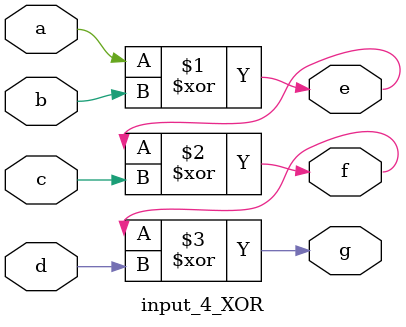
<source format=v>
`timescale 1ns / 1ps
 
module input_4_XOR(
    /* Input the var */
    input a, b, c, d,
    /* Output the var */
    output e, f, g
);
 
/* XOR */
assign e = a ^ b;
assign f = e ^ c;
assign g = f ^ d;
 
endmodule

</source>
